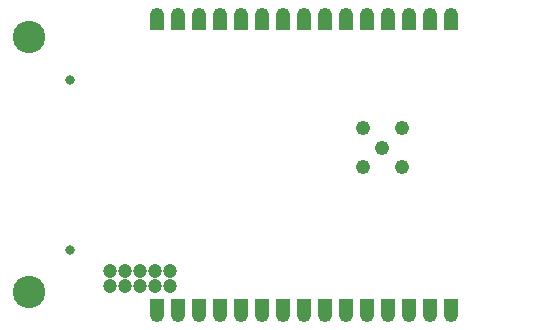
<source format=gbs>
G04 Layer_Color=16711935*
%FSLAX24Y24*%
%MOIN*%
G70*
G01*
G75*
%ADD47C,0.0315*%
%ADD81C,0.0474*%
%ADD82C,0.1080*%
%ADD83C,0.0013*%
%ADD84C,0.0480*%
%ADD85R,0.0474X0.0474*%
%ADD86R,0.0480X0.0580*%
D47*
X2104Y2835D02*
D03*
Y-2835D02*
D03*
D81*
X5450Y-3530D02*
D03*
Y-4030D02*
D03*
X4950Y-3530D02*
D03*
Y-4030D02*
D03*
X4450Y-3530D02*
D03*
Y-4030D02*
D03*
X3950Y-3530D02*
D03*
Y-4030D02*
D03*
X3450Y-3530D02*
D03*
Y-4030D02*
D03*
D82*
X750Y-4250D02*
D03*
Y4250D02*
D03*
D83*
X17700Y-4250D02*
D03*
Y4250D02*
D03*
D84*
X14800Y-5000D02*
D03*
X14100D02*
D03*
X13400D02*
D03*
X12700D02*
D03*
X9900D02*
D03*
X10600D02*
D03*
X11300D02*
D03*
X12000D02*
D03*
X7100D02*
D03*
X7800D02*
D03*
X8500D02*
D03*
X9200D02*
D03*
X5000D02*
D03*
X5700D02*
D03*
X6400D02*
D03*
X13400Y5000D02*
D03*
X14100D02*
D03*
X14800D02*
D03*
X10600D02*
D03*
X11300D02*
D03*
X12000D02*
D03*
X12700D02*
D03*
X7800D02*
D03*
X8500D02*
D03*
X9200D02*
D03*
X9900D02*
D03*
X7100D02*
D03*
X6400D02*
D03*
X5700D02*
D03*
X5000D02*
D03*
X11860Y1230D02*
D03*
X13160D02*
D03*
X12510Y550D02*
D03*
X13160Y-70D02*
D03*
X11860D02*
D03*
D85*
X8500Y-4750D02*
D03*
X14100Y4750D02*
D03*
Y-4750D02*
D03*
X14800D02*
D03*
X11300Y4750D02*
D03*
X10600Y-4750D02*
D03*
X12700D02*
D03*
X14800Y4750D02*
D03*
X13400D02*
D03*
D86*
X14800Y-4750D02*
D03*
X14100D02*
D03*
X13400D02*
D03*
X12700D02*
D03*
X9900D02*
D03*
X10600D02*
D03*
X11300D02*
D03*
X12000D02*
D03*
X7100D02*
D03*
X7800D02*
D03*
X8500D02*
D03*
X9200D02*
D03*
X5000D02*
D03*
X5700D02*
D03*
X6400D02*
D03*
X13400Y4750D02*
D03*
X14100D02*
D03*
X14800D02*
D03*
X10600D02*
D03*
X11300D02*
D03*
X12000D02*
D03*
X12700D02*
D03*
X7800D02*
D03*
X8500D02*
D03*
X9200D02*
D03*
X9900D02*
D03*
X7100D02*
D03*
X6400D02*
D03*
X5700D02*
D03*
X5000D02*
D03*
M02*

</source>
